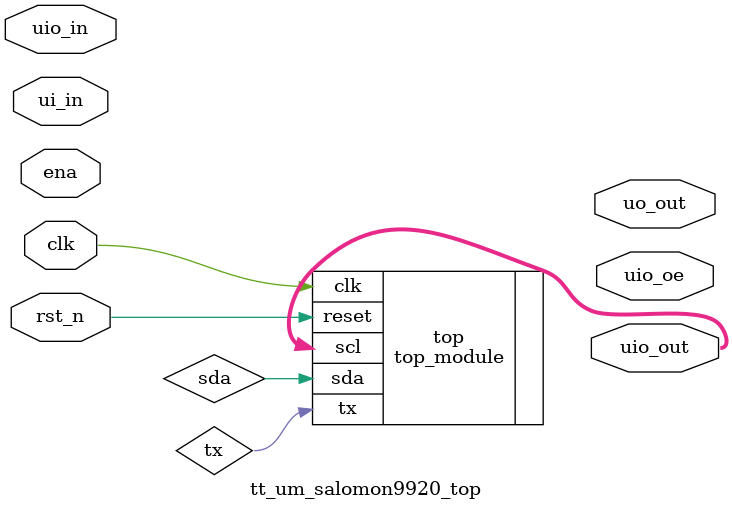
<source format=sv>
`timescale 1ns / 1ps


module tt_um_salomon9920_top(
    input  wire [7:0] ui_in,    // Dedicated inputs
    output wire [7:0] uo_out,   // Dedicated outputs
    input  wire [7:0] uio_in,   // IOs: Input path
    output wire [7:0] uio_out,  // IOs: Output path
    output wire [7:0] uio_oe,   // IOs: Enable path (active high: 0=input, 1=output)
    input  wire       ena,      // always 1 when the design is powered, so you can ignore it
    input  wire       clk,      // clock
    input  wire       rst_n     // reset_n - low to reset
    );
    
    wire tx;
    wire sda;
    
    top_module top(
    .clk(clk),
    .reset(rst_n),
    .tx(tx),
    .scl(uio_out),
    .sda(sda) 
    );
   
endmodule

</source>
